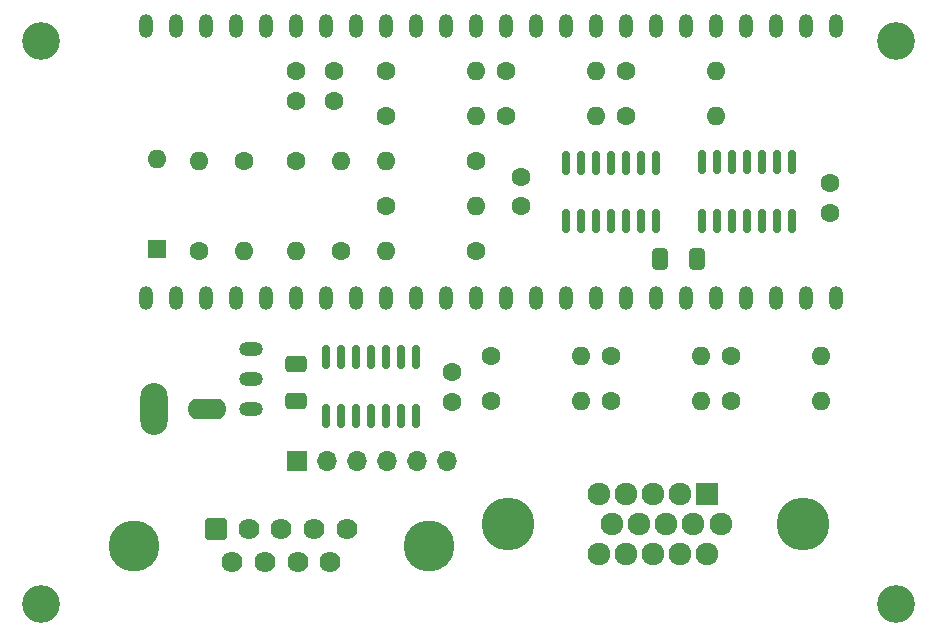
<source format=gbr>
%TF.GenerationSoftware,KiCad,Pcbnew,8.0.2*%
%TF.CreationDate,2024-05-19T15:43:29+02:00*%
%TF.ProjectId,schematic,73636865-6d61-4746-9963-2e6b69636164,rev?*%
%TF.SameCoordinates,Original*%
%TF.FileFunction,Soldermask,Top*%
%TF.FilePolarity,Negative*%
%FSLAX46Y46*%
G04 Gerber Fmt 4.6, Leading zero omitted, Abs format (unit mm)*
G04 Created by KiCad (PCBNEW 8.0.2) date 2024-05-19 15:43:29*
%MOMM*%
%LPD*%
G01*
G04 APERTURE LIST*
G04 Aperture macros list*
%AMRoundRect*
0 Rectangle with rounded corners*
0 $1 Rounding radius*
0 $2 $3 $4 $5 $6 $7 $8 $9 X,Y pos of 4 corners*
0 Add a 4 corners polygon primitive as box body*
4,1,4,$2,$3,$4,$5,$6,$7,$8,$9,$2,$3,0*
0 Add four circle primitives for the rounded corners*
1,1,$1+$1,$2,$3*
1,1,$1+$1,$4,$5*
1,1,$1+$1,$6,$7*
1,1,$1+$1,$8,$9*
0 Add four rect primitives between the rounded corners*
20,1,$1+$1,$2,$3,$4,$5,0*
20,1,$1+$1,$4,$5,$6,$7,0*
20,1,$1+$1,$6,$7,$8,$9,0*
20,1,$1+$1,$8,$9,$2,$3,0*%
G04 Aperture macros list end*
%ADD10C,1.600000*%
%ADD11R,1.600000X1.600000*%
%ADD12O,1.600000X1.600000*%
%ADD13RoundRect,0.102000X-0.787500X-0.787500X0.787500X-0.787500X0.787500X0.787500X-0.787500X0.787500X0*%
%ADD14C,1.779000*%
%ADD15C,4.320000*%
%ADD16RoundRect,0.150000X-0.150000X0.825000X-0.150000X-0.825000X0.150000X-0.825000X0.150000X0.825000X0*%
%ADD17O,1.200000X2.000000*%
%ADD18R,1.700000X1.700000*%
%ADD19O,1.700000X1.700000*%
%ADD20O,2.000000X1.200000*%
%ADD21RoundRect,0.250000X-0.650000X0.412500X-0.650000X-0.412500X0.650000X-0.412500X0.650000X0.412500X0*%
%ADD22O,2.304000X4.404000*%
%ADD23O,3.304000X1.754000*%
%ADD24RoundRect,0.102000X-0.862500X-0.862500X0.862500X-0.862500X0.862500X0.862500X-0.862500X0.862500X0*%
%ADD25C,1.929000*%
%ADD26C,4.470000*%
%ADD27RoundRect,0.250000X0.412500X0.650000X-0.412500X0.650000X-0.412500X-0.650000X0.412500X-0.650000X0*%
%ADD28C,3.200000*%
G04 APERTURE END LIST*
D10*
%TO.C,C1*%
X141500000Y-125750000D03*
X141500000Y-123250000D03*
%TD*%
%TO.C,C4*%
X173500000Y-109750000D03*
X173500000Y-107250000D03*
%TD*%
D11*
%TO.C,D1*%
X116500000Y-112810000D03*
D12*
X116500000Y-105190000D03*
%TD*%
D13*
%TO.C,J2*%
X121460000Y-136525000D03*
D14*
X124230000Y-136525000D03*
X127000000Y-136525000D03*
X129770000Y-136525000D03*
X132540000Y-136525000D03*
X122845000Y-139365000D03*
X125615000Y-139365000D03*
X128385000Y-139365000D03*
X131155000Y-139365000D03*
D15*
X114505000Y-137945000D03*
X139495000Y-137945000D03*
%TD*%
D10*
%TO.C,R7*%
X146050000Y-101600000D03*
D12*
X153670000Y-101600000D03*
%TD*%
D16*
%TO.C,U3*%
X170245000Y-105475000D03*
X168975000Y-105475000D03*
X167705000Y-105475000D03*
X166435000Y-105475000D03*
X165165000Y-105475000D03*
X163895000Y-105475000D03*
X162625000Y-105475000D03*
X162625000Y-110425000D03*
X163895000Y-110425000D03*
X165165000Y-110425000D03*
X166435000Y-110425000D03*
X167705000Y-110425000D03*
X168975000Y-110425000D03*
X170245000Y-110425000D03*
%TD*%
D10*
%TO.C,R4*%
X135890000Y-101600000D03*
D12*
X143510000Y-101600000D03*
%TD*%
D10*
%TO.C,R19*%
X123825000Y-105410000D03*
D12*
X123825000Y-113030000D03*
%TD*%
D16*
%TO.C,U4*%
X158750000Y-105540000D03*
X157480000Y-105540000D03*
X156210000Y-105540000D03*
X154940000Y-105540000D03*
X153670000Y-105540000D03*
X152400000Y-105540000D03*
X151130000Y-105540000D03*
X151130000Y-110490000D03*
X152400000Y-110490000D03*
X153670000Y-110490000D03*
X154940000Y-110490000D03*
X156210000Y-110490000D03*
X157480000Y-110490000D03*
X158750000Y-110490000D03*
%TD*%
D10*
%TO.C,R15*%
X154940000Y-121920000D03*
D12*
X162560000Y-121920000D03*
%TD*%
D10*
%TO.C,R5*%
X143510000Y-105410000D03*
D12*
X135890000Y-105410000D03*
%TD*%
D17*
%TO.C,U2*%
X173990000Y-93980000D03*
X171450000Y-93980000D03*
X168910000Y-93980000D03*
X166370000Y-93980000D03*
X163830000Y-93980000D03*
X161290000Y-93980000D03*
X158750000Y-93980000D03*
X156210000Y-93980000D03*
X153670000Y-93980000D03*
X151130000Y-93980000D03*
X148590000Y-93980000D03*
X146050000Y-93980000D03*
X143510000Y-93980000D03*
X140970000Y-93980000D03*
X138430000Y-93980000D03*
X135890000Y-93980000D03*
X133350000Y-93980000D03*
X130810000Y-93980000D03*
X128270000Y-93980000D03*
X125730000Y-93980000D03*
X123190000Y-93980000D03*
X120650000Y-93980000D03*
X118110000Y-93980000D03*
X115570000Y-93980000D03*
X115570000Y-116980000D03*
X118110000Y-116980000D03*
X120650000Y-116980000D03*
X123190000Y-116980000D03*
X125730000Y-116980000D03*
X128270000Y-116980000D03*
X130810000Y-116980000D03*
X133350000Y-116980000D03*
X135890000Y-116980000D03*
X138430000Y-116980000D03*
X140970000Y-116980000D03*
X143510000Y-116980000D03*
X146050000Y-116980000D03*
X148590000Y-116980000D03*
X151130000Y-116980000D03*
X153670000Y-116980000D03*
X156210000Y-116980000D03*
X158750000Y-116980000D03*
X161290000Y-116980000D03*
X163830000Y-116980000D03*
X166370000Y-116980000D03*
X168910000Y-116980000D03*
X171450000Y-116980000D03*
X173990000Y-116980000D03*
%TD*%
D18*
%TO.C,J3*%
X128295000Y-130785000D03*
D19*
X130835000Y-130785000D03*
X133375000Y-130785000D03*
X135915000Y-130785000D03*
X138455000Y-130785000D03*
X140995000Y-130785000D03*
%TD*%
D10*
%TO.C,R16*%
X144780000Y-125730000D03*
D12*
X152400000Y-125730000D03*
%TD*%
D20*
%TO.C,JP1*%
X124460000Y-126365000D03*
X124460000Y-123825000D03*
X124460000Y-121285000D03*
%TD*%
D10*
%TO.C,R13*%
X165100000Y-125730000D03*
D12*
X172720000Y-125730000D03*
%TD*%
D10*
%TO.C,R1*%
X128270000Y-105410000D03*
D12*
X128270000Y-113030000D03*
%TD*%
D21*
%TO.C,C6*%
X128270000Y-122555000D03*
X128270000Y-125680000D03*
%TD*%
D22*
%TO.C,J1*%
X116205000Y-126365000D03*
D23*
X120705000Y-126365000D03*
%TD*%
D24*
%TO.C,J5*%
X163048250Y-133572500D03*
D25*
X160758250Y-133572500D03*
X158468250Y-133572500D03*
X156178250Y-133572500D03*
X153888250Y-133572500D03*
X164193250Y-136112500D03*
X161903250Y-136112500D03*
X159613250Y-136112500D03*
X157323250Y-136112500D03*
X155033250Y-136112500D03*
X163048250Y-138652500D03*
X160758250Y-138652500D03*
X158468250Y-138652500D03*
X156178250Y-138652500D03*
X153888250Y-138652500D03*
D26*
X146223250Y-136112500D03*
X171213250Y-136112500D03*
%TD*%
D10*
%TO.C,R9*%
X156210000Y-97790000D03*
D12*
X163830000Y-97790000D03*
%TD*%
D10*
%TO.C,R3*%
X135890000Y-97790000D03*
D12*
X143510000Y-97790000D03*
%TD*%
D10*
%TO.C,R6*%
X146050000Y-97790000D03*
D12*
X153670000Y-97790000D03*
%TD*%
D10*
%TO.C,R10*%
X135890000Y-109220000D03*
D12*
X143510000Y-109220000D03*
%TD*%
D27*
%TO.C,C5*%
X162217500Y-113665000D03*
X159092500Y-113665000D03*
%TD*%
D10*
%TO.C,R8*%
X156210000Y-101600000D03*
D12*
X163830000Y-101600000D03*
%TD*%
D28*
%TO.C,REF\u002A\u002A*%
X179070000Y-95250000D03*
%TD*%
D10*
%TO.C,R18*%
X120015000Y-113030000D03*
D12*
X120015000Y-105410000D03*
%TD*%
D28*
%TO.C,REF\u002A\u002A*%
X106680000Y-142875000D03*
%TD*%
D10*
%TO.C,R17*%
X144780000Y-121920000D03*
D12*
X152400000Y-121920000D03*
%TD*%
D16*
%TO.C,U1*%
X138430000Y-121985000D03*
X137160000Y-121985000D03*
X135890000Y-121985000D03*
X134620000Y-121985000D03*
X133350000Y-121985000D03*
X132080000Y-121985000D03*
X130810000Y-121985000D03*
X130810000Y-126935000D03*
X132080000Y-126935000D03*
X133350000Y-126935000D03*
X134620000Y-126935000D03*
X135890000Y-126935000D03*
X137160000Y-126935000D03*
X138430000Y-126935000D03*
%TD*%
D10*
%TO.C,C2*%
X128270000Y-100290000D03*
X128270000Y-97790000D03*
%TD*%
%TO.C,C3*%
X131445000Y-97790000D03*
X131445000Y-100290000D03*
%TD*%
%TO.C,R14*%
X154940000Y-125730000D03*
D12*
X162560000Y-125730000D03*
%TD*%
D28*
%TO.C,REF\u002A\u002A*%
X179070000Y-142875000D03*
%TD*%
D10*
%TO.C,C7*%
X147320000Y-109220000D03*
X147320000Y-106720000D03*
%TD*%
%TO.C,R12*%
X165100000Y-121920000D03*
D12*
X172720000Y-121920000D03*
%TD*%
D10*
%TO.C,R2*%
X132080000Y-113030000D03*
D12*
X132080000Y-105410000D03*
%TD*%
D10*
%TO.C,R11*%
X143510000Y-113030000D03*
D12*
X135890000Y-113030000D03*
%TD*%
D28*
%TO.C,REF\u002A\u002A*%
X106680000Y-95250000D03*
%TD*%
M02*

</source>
